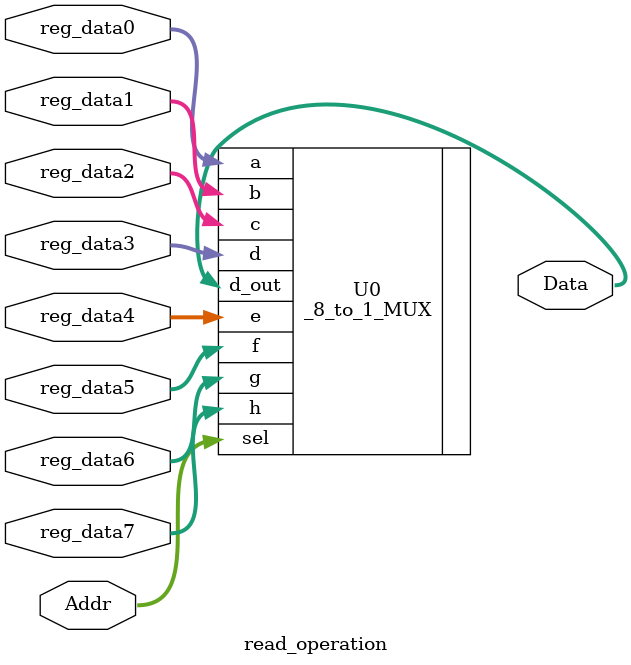
<source format=v>
module read_operation(Addr,Data,reg_data0,reg_data1,reg_data2,reg_data3,reg_data4,reg_data5,reg_data6,reg_data7); //Declare module of read

   input [31:0] reg_data0,reg_data1,reg_data2,reg_data3,reg_data4,reg_data5,reg_data6,reg_data7;//inputs
   input [2:0] Addr;

   output [31:0] Data; //output

   wire [31:0] data_wire; //wires
   wire [31:0] ff_wire;


_8_to_1_MUX U0(.a(reg_data0),.b(reg_data1),.c(reg_data2),.d(reg_data3),.e(reg_data4),.f(reg_data5),.g(reg_data6),.h(reg_data7),.sel(Addr),.d_out(Data));//instance 8 to 1 Mux

endmodule

</source>
